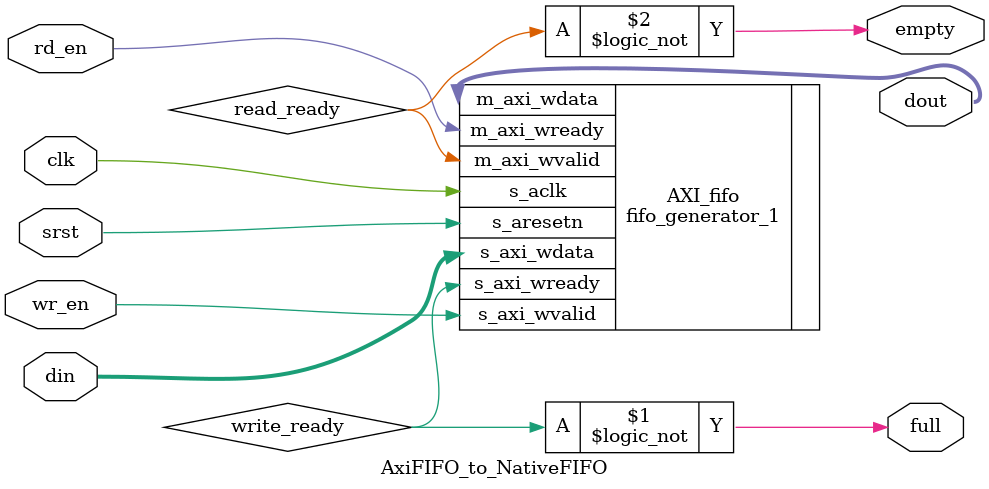
<source format=sv>
`timescale 1ns / 1ps


module AxiFIFO_to_NativeFIFO(
input wire  clk, 
input wire wr_en, 
input wire rd_en,
input wire srst,
input wire [63:0] din,
output wire empty, 
output wire full,
output wire [63:0] dout
);
 

  fifo_generator_1 AXI_fifo(
     .s_aclk(clk),
     .s_aresetn(srst),
     .s_axi_wdata(din),
     .s_axi_wvalid(wr_en),
     .s_axi_wready(write_ready),
    
     .m_axi_wdata(dout),
     .m_axi_wvalid(read_ready),
     .m_axi_wready(rd_en)
   );
   
assign full  = !write_ready;
assign empty = !read_ready; 

endmodule
</source>
